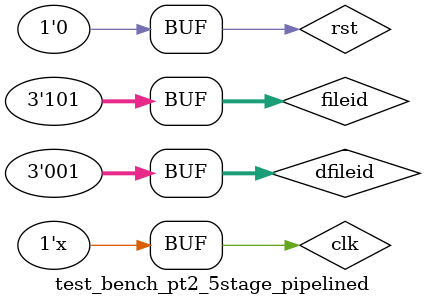
<source format=v>
`timescale 1ns / 1ps


module test_bench_pt2_5stage_pipelined;

	// Inputs
	reg clk;
	reg rst;
	reg [2:0] fileid;
	reg [2:0] dfileid;
	// Outputs
	wire [31:0] PCOUT;
	wire [31:0] INST;
	wire [31:0] rdata1;
	wire [31:0] rdata2;
	wire [31:0] aluout;
	wire zero;
	wire [4:0] waddrMux;
	wire [31:0] wdataMux;
	wire [31:0] read_data_DM;
	wire [31:0] rdata1_ID_EXE;
	wire [31:0] rdata2_ID_EXE;
	wire [31:0] rdata2_imm_ID_EXE;
	wire [31:0] imm_ID_EXE;
	wire [4:0] waddr_out_ID_EXE;
	wire alusrc_ID_EXE;
	wire [2:0] aluop_ID_EXE;
	wire wen_ID_EXE;
	wire memtoreg_ID_EXE;
	wire memwrite_ID_EXE;
	wire branch_ID_EXE;
	wire memread_ID_EXE;
	wire regdst_ID_EXE;
	wire [31:0] PCIN_ID_EXE;
	wire jal_out_ID_EXE;
	wire [31:0] rdata2_EX_MEM;
	wire [31:0] alu_result_EX_MEM;
	wire [4:0] waddr_out_EX_MEM;
	wire jal_out_EX_MEM;
	wire [31:0] npc_out_EX_MEM;
	wire memwrite_EX_MEM;
	wire memread_EX_MEM;
	wire memtoreg_EX_MEM;
	wire wen_EX_MEM;
	wire [31:0] alu_result_MEM_WB;
	wire [4:0] waddr_out_MEM_WB;
	wire memtoreg_MEM_WB;
	wire WriteEn_MEM_WB;
	wire [31:0] rdata_DM_out_MEM_WB;
	wire jal_out_MEM_WB;
	wire [31:0] npc_out_MEM_WB;

	// Instantiate the Unit Under Test (UUT)
	part2_pipelined_5_stage_cpu uut (
		.clk(clk), 
		.rst(rst), 
		.fileid(fileid),
		.dfileid(dfileid),		
		.PCOUT(PCOUT), 
		.INST(INST), 
		.rdata1(rdata1), 
		.rdata2(rdata2), 
		.aluout(aluout), 
		.zero(zero), 
		.waddrMux(waddrMux), 
		.wdataMux(wdataMux), 
		.read_data_DM(read_data_DM), 
		.rdata1_ID_EXE(rdata1_ID_EXE), 
		.rdata2_ID_EXE(rdata2_ID_EXE), 
		.rdata2_imm_ID_EXE(rdata2_imm_ID_EXE), 
		.imm_ID_EXE(imm_ID_EXE), 
		.waddr_out_ID_EXE(waddr_out_ID_EXE), 
		.alusrc_ID_EXE(alusrc_ID_EXE), 
		.aluop_ID_EXE(aluop_ID_EXE), 
		.wen_ID_EXE(wen_ID_EXE), 
		.memtoreg_ID_EXE(memtoreg_ID_EXE), 
		.memwrite_ID_EXE(memwrite_ID_EXE), 
		.branch_ID_EXE(branch_ID_EXE), 
		.memread_ID_EXE(memread_ID_EXE), 
		.regdst_ID_EXE(regdst_ID_EXE), 
		.PCIN_ID_EXE(PCIN_ID_EXE), 
		.jal_out_ID_EXE(jal_out_ID_EXE), 
		.rdata2_EX_MEM(rdata2_EX_MEM), 
		.alu_result_EX_MEM(alu_result_EX_MEM), 
		.waddr_out_EX_MEM(waddr_out_EX_MEM), 
		.jal_out_EX_MEM(jal_out_EX_MEM), 
		.npc_out_EX_MEM(npc_out_EX_MEM), 
		.memwrite_EX_MEM(memwrite_EX_MEM), 
		.memread_EX_MEM(memread_EX_MEM), 
		.memtoreg_EX_MEM(memtoreg_EX_MEM), 
		.wen_EX_MEM(wen_EX_MEM), 
		.alu_result_MEM_WB(alu_result_MEM_WB), 
		.waddr_out_MEM_WB(waddr_out_MEM_WB), 
		.memtoreg_MEM_WB(memtoreg_MEM_WB), 
		.WriteEn_MEM_WB(WriteEn_MEM_WB), 
		.rdata_DM_out_MEM_WB(rdata_DM_out_MEM_WB), 
		.jal_out_MEM_WB(jal_out_MEM_WB), 
		.npc_out_MEM_WB(npc_out_MEM_WB)
	);
always #15 clk = ~clk;
	initial begin
		// Initialize Inputs
		clk = 0;
		rst = 0;
		fileid = 3'b101;
		dfileid =3'b1;
		// Wait 100 ns for global reset to finish
		#100;
        
		// Add stimulus here
		#25 rst =1;
		#25 rst=0;
	end
      
endmodule


</source>
